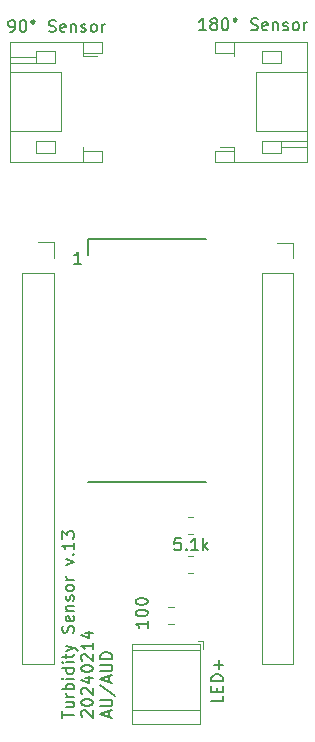
<source format=gbr>
%TF.GenerationSoftware,KiCad,Pcbnew,7.0.2-0*%
%TF.CreationDate,2024-02-15T09:00:13-05:00*%
%TF.ProjectId,Turbidity_v13,54757262-6964-4697-9479-5f7631332e6b,13*%
%TF.SameCoordinates,Original*%
%TF.FileFunction,Legend,Top*%
%TF.FilePolarity,Positive*%
%FSLAX46Y46*%
G04 Gerber Fmt 4.6, Leading zero omitted, Abs format (unit mm)*
G04 Created by KiCad (PCBNEW 7.0.2-0) date 2024-02-15 09:00:13*
%MOMM*%
%LPD*%
G01*
G04 APERTURE LIST*
%ADD10C,0.150000*%
%ADD11C,0.120000*%
%ADD12C,0.200000*%
G04 APERTURE END LIST*
D10*
X148518419Y-114757295D02*
X148518419Y-115328723D01*
X148518419Y-115043009D02*
X147518419Y-115043009D01*
X147518419Y-115043009D02*
X147661276Y-115138247D01*
X147661276Y-115138247D02*
X147756514Y-115233485D01*
X147756514Y-115233485D02*
X147804133Y-115328723D01*
X147518419Y-114138247D02*
X147518419Y-114043009D01*
X147518419Y-114043009D02*
X147566038Y-113947771D01*
X147566038Y-113947771D02*
X147613657Y-113900152D01*
X147613657Y-113900152D02*
X147708895Y-113852533D01*
X147708895Y-113852533D02*
X147899371Y-113804914D01*
X147899371Y-113804914D02*
X148137466Y-113804914D01*
X148137466Y-113804914D02*
X148327942Y-113852533D01*
X148327942Y-113852533D02*
X148423180Y-113900152D01*
X148423180Y-113900152D02*
X148470800Y-113947771D01*
X148470800Y-113947771D02*
X148518419Y-114043009D01*
X148518419Y-114043009D02*
X148518419Y-114138247D01*
X148518419Y-114138247D02*
X148470800Y-114233485D01*
X148470800Y-114233485D02*
X148423180Y-114281104D01*
X148423180Y-114281104D02*
X148327942Y-114328723D01*
X148327942Y-114328723D02*
X148137466Y-114376342D01*
X148137466Y-114376342D02*
X147899371Y-114376342D01*
X147899371Y-114376342D02*
X147708895Y-114328723D01*
X147708895Y-114328723D02*
X147613657Y-114281104D01*
X147613657Y-114281104D02*
X147566038Y-114233485D01*
X147566038Y-114233485D02*
X147518419Y-114138247D01*
X147518419Y-113185866D02*
X147518419Y-113090628D01*
X147518419Y-113090628D02*
X147566038Y-112995390D01*
X147566038Y-112995390D02*
X147613657Y-112947771D01*
X147613657Y-112947771D02*
X147708895Y-112900152D01*
X147708895Y-112900152D02*
X147899371Y-112852533D01*
X147899371Y-112852533D02*
X148137466Y-112852533D01*
X148137466Y-112852533D02*
X148327942Y-112900152D01*
X148327942Y-112900152D02*
X148423180Y-112947771D01*
X148423180Y-112947771D02*
X148470800Y-112995390D01*
X148470800Y-112995390D02*
X148518419Y-113090628D01*
X148518419Y-113090628D02*
X148518419Y-113185866D01*
X148518419Y-113185866D02*
X148470800Y-113281104D01*
X148470800Y-113281104D02*
X148423180Y-113328723D01*
X148423180Y-113328723D02*
X148327942Y-113376342D01*
X148327942Y-113376342D02*
X148137466Y-113423961D01*
X148137466Y-113423961D02*
X147899371Y-113423961D01*
X147899371Y-113423961D02*
X147708895Y-113376342D01*
X147708895Y-113376342D02*
X147613657Y-113328723D01*
X147613657Y-113328723D02*
X147566038Y-113281104D01*
X147566038Y-113281104D02*
X147518419Y-113185866D01*
X136836114Y-64901619D02*
X137026590Y-64901619D01*
X137026590Y-64901619D02*
X137121828Y-64854000D01*
X137121828Y-64854000D02*
X137169447Y-64806380D01*
X137169447Y-64806380D02*
X137264685Y-64663523D01*
X137264685Y-64663523D02*
X137312304Y-64473047D01*
X137312304Y-64473047D02*
X137312304Y-64092095D01*
X137312304Y-64092095D02*
X137264685Y-63996857D01*
X137264685Y-63996857D02*
X137217066Y-63949238D01*
X137217066Y-63949238D02*
X137121828Y-63901619D01*
X137121828Y-63901619D02*
X136931352Y-63901619D01*
X136931352Y-63901619D02*
X136836114Y-63949238D01*
X136836114Y-63949238D02*
X136788495Y-63996857D01*
X136788495Y-63996857D02*
X136740876Y-64092095D01*
X136740876Y-64092095D02*
X136740876Y-64330190D01*
X136740876Y-64330190D02*
X136788495Y-64425428D01*
X136788495Y-64425428D02*
X136836114Y-64473047D01*
X136836114Y-64473047D02*
X136931352Y-64520666D01*
X136931352Y-64520666D02*
X137121828Y-64520666D01*
X137121828Y-64520666D02*
X137217066Y-64473047D01*
X137217066Y-64473047D02*
X137264685Y-64425428D01*
X137264685Y-64425428D02*
X137312304Y-64330190D01*
X137931352Y-63901619D02*
X138026590Y-63901619D01*
X138026590Y-63901619D02*
X138121828Y-63949238D01*
X138121828Y-63949238D02*
X138169447Y-63996857D01*
X138169447Y-63996857D02*
X138217066Y-64092095D01*
X138217066Y-64092095D02*
X138264685Y-64282571D01*
X138264685Y-64282571D02*
X138264685Y-64520666D01*
X138264685Y-64520666D02*
X138217066Y-64711142D01*
X138217066Y-64711142D02*
X138169447Y-64806380D01*
X138169447Y-64806380D02*
X138121828Y-64854000D01*
X138121828Y-64854000D02*
X138026590Y-64901619D01*
X138026590Y-64901619D02*
X137931352Y-64901619D01*
X137931352Y-64901619D02*
X137836114Y-64854000D01*
X137836114Y-64854000D02*
X137788495Y-64806380D01*
X137788495Y-64806380D02*
X137740876Y-64711142D01*
X137740876Y-64711142D02*
X137693257Y-64520666D01*
X137693257Y-64520666D02*
X137693257Y-64282571D01*
X137693257Y-64282571D02*
X137740876Y-64092095D01*
X137740876Y-64092095D02*
X137788495Y-63996857D01*
X137788495Y-63996857D02*
X137836114Y-63949238D01*
X137836114Y-63949238D02*
X137931352Y-63901619D01*
X138836114Y-63901619D02*
X138740876Y-63949238D01*
X138740876Y-63949238D02*
X138693257Y-64044476D01*
X138693257Y-64044476D02*
X138740876Y-64139714D01*
X138740876Y-64139714D02*
X138836114Y-64187333D01*
X138836114Y-64187333D02*
X138931352Y-64139714D01*
X138931352Y-64139714D02*
X138978971Y-64044476D01*
X138978971Y-64044476D02*
X138931352Y-63949238D01*
X138931352Y-63949238D02*
X138836114Y-63901619D01*
X140169448Y-64854000D02*
X140312305Y-64901619D01*
X140312305Y-64901619D02*
X140550400Y-64901619D01*
X140550400Y-64901619D02*
X140645638Y-64854000D01*
X140645638Y-64854000D02*
X140693257Y-64806380D01*
X140693257Y-64806380D02*
X140740876Y-64711142D01*
X140740876Y-64711142D02*
X140740876Y-64615904D01*
X140740876Y-64615904D02*
X140693257Y-64520666D01*
X140693257Y-64520666D02*
X140645638Y-64473047D01*
X140645638Y-64473047D02*
X140550400Y-64425428D01*
X140550400Y-64425428D02*
X140359924Y-64377809D01*
X140359924Y-64377809D02*
X140264686Y-64330190D01*
X140264686Y-64330190D02*
X140217067Y-64282571D01*
X140217067Y-64282571D02*
X140169448Y-64187333D01*
X140169448Y-64187333D02*
X140169448Y-64092095D01*
X140169448Y-64092095D02*
X140217067Y-63996857D01*
X140217067Y-63996857D02*
X140264686Y-63949238D01*
X140264686Y-63949238D02*
X140359924Y-63901619D01*
X140359924Y-63901619D02*
X140598019Y-63901619D01*
X140598019Y-63901619D02*
X140740876Y-63949238D01*
X141550400Y-64854000D02*
X141455162Y-64901619D01*
X141455162Y-64901619D02*
X141264686Y-64901619D01*
X141264686Y-64901619D02*
X141169448Y-64854000D01*
X141169448Y-64854000D02*
X141121829Y-64758761D01*
X141121829Y-64758761D02*
X141121829Y-64377809D01*
X141121829Y-64377809D02*
X141169448Y-64282571D01*
X141169448Y-64282571D02*
X141264686Y-64234952D01*
X141264686Y-64234952D02*
X141455162Y-64234952D01*
X141455162Y-64234952D02*
X141550400Y-64282571D01*
X141550400Y-64282571D02*
X141598019Y-64377809D01*
X141598019Y-64377809D02*
X141598019Y-64473047D01*
X141598019Y-64473047D02*
X141121829Y-64568285D01*
X142026591Y-64234952D02*
X142026591Y-64901619D01*
X142026591Y-64330190D02*
X142074210Y-64282571D01*
X142074210Y-64282571D02*
X142169448Y-64234952D01*
X142169448Y-64234952D02*
X142312305Y-64234952D01*
X142312305Y-64234952D02*
X142407543Y-64282571D01*
X142407543Y-64282571D02*
X142455162Y-64377809D01*
X142455162Y-64377809D02*
X142455162Y-64901619D01*
X142883734Y-64854000D02*
X142978972Y-64901619D01*
X142978972Y-64901619D02*
X143169448Y-64901619D01*
X143169448Y-64901619D02*
X143264686Y-64854000D01*
X143264686Y-64854000D02*
X143312305Y-64758761D01*
X143312305Y-64758761D02*
X143312305Y-64711142D01*
X143312305Y-64711142D02*
X143264686Y-64615904D01*
X143264686Y-64615904D02*
X143169448Y-64568285D01*
X143169448Y-64568285D02*
X143026591Y-64568285D01*
X143026591Y-64568285D02*
X142931353Y-64520666D01*
X142931353Y-64520666D02*
X142883734Y-64425428D01*
X142883734Y-64425428D02*
X142883734Y-64377809D01*
X142883734Y-64377809D02*
X142931353Y-64282571D01*
X142931353Y-64282571D02*
X143026591Y-64234952D01*
X143026591Y-64234952D02*
X143169448Y-64234952D01*
X143169448Y-64234952D02*
X143264686Y-64282571D01*
X143883734Y-64901619D02*
X143788496Y-64854000D01*
X143788496Y-64854000D02*
X143740877Y-64806380D01*
X143740877Y-64806380D02*
X143693258Y-64711142D01*
X143693258Y-64711142D02*
X143693258Y-64425428D01*
X143693258Y-64425428D02*
X143740877Y-64330190D01*
X143740877Y-64330190D02*
X143788496Y-64282571D01*
X143788496Y-64282571D02*
X143883734Y-64234952D01*
X143883734Y-64234952D02*
X144026591Y-64234952D01*
X144026591Y-64234952D02*
X144121829Y-64282571D01*
X144121829Y-64282571D02*
X144169448Y-64330190D01*
X144169448Y-64330190D02*
X144217067Y-64425428D01*
X144217067Y-64425428D02*
X144217067Y-64711142D01*
X144217067Y-64711142D02*
X144169448Y-64806380D01*
X144169448Y-64806380D02*
X144121829Y-64854000D01*
X144121829Y-64854000D02*
X144026591Y-64901619D01*
X144026591Y-64901619D02*
X143883734Y-64901619D01*
X144645639Y-64901619D02*
X144645639Y-64234952D01*
X144645639Y-64425428D02*
X144693258Y-64330190D01*
X144693258Y-64330190D02*
X144740877Y-64282571D01*
X144740877Y-64282571D02*
X144836115Y-64234952D01*
X144836115Y-64234952D02*
X144931353Y-64234952D01*
X141281219Y-122993161D02*
X141281219Y-122421733D01*
X142281219Y-122707447D02*
X141281219Y-122707447D01*
X141614552Y-121659828D02*
X142281219Y-121659828D01*
X141614552Y-122088399D02*
X142138361Y-122088399D01*
X142138361Y-122088399D02*
X142233600Y-122040780D01*
X142233600Y-122040780D02*
X142281219Y-121945542D01*
X142281219Y-121945542D02*
X142281219Y-121802685D01*
X142281219Y-121802685D02*
X142233600Y-121707447D01*
X142233600Y-121707447D02*
X142185980Y-121659828D01*
X142281219Y-121183637D02*
X141614552Y-121183637D01*
X141805028Y-121183637D02*
X141709790Y-121136018D01*
X141709790Y-121136018D02*
X141662171Y-121088399D01*
X141662171Y-121088399D02*
X141614552Y-120993161D01*
X141614552Y-120993161D02*
X141614552Y-120897923D01*
X142281219Y-120564589D02*
X141281219Y-120564589D01*
X141662171Y-120564589D02*
X141614552Y-120469351D01*
X141614552Y-120469351D02*
X141614552Y-120278875D01*
X141614552Y-120278875D02*
X141662171Y-120183637D01*
X141662171Y-120183637D02*
X141709790Y-120136018D01*
X141709790Y-120136018D02*
X141805028Y-120088399D01*
X141805028Y-120088399D02*
X142090742Y-120088399D01*
X142090742Y-120088399D02*
X142185980Y-120136018D01*
X142185980Y-120136018D02*
X142233600Y-120183637D01*
X142233600Y-120183637D02*
X142281219Y-120278875D01*
X142281219Y-120278875D02*
X142281219Y-120469351D01*
X142281219Y-120469351D02*
X142233600Y-120564589D01*
X142281219Y-119659827D02*
X141614552Y-119659827D01*
X141281219Y-119659827D02*
X141328838Y-119707446D01*
X141328838Y-119707446D02*
X141376457Y-119659827D01*
X141376457Y-119659827D02*
X141328838Y-119612208D01*
X141328838Y-119612208D02*
X141281219Y-119659827D01*
X141281219Y-119659827D02*
X141376457Y-119659827D01*
X142281219Y-118755066D02*
X141281219Y-118755066D01*
X142233600Y-118755066D02*
X142281219Y-118850304D01*
X142281219Y-118850304D02*
X142281219Y-119040780D01*
X142281219Y-119040780D02*
X142233600Y-119136018D01*
X142233600Y-119136018D02*
X142185980Y-119183637D01*
X142185980Y-119183637D02*
X142090742Y-119231256D01*
X142090742Y-119231256D02*
X141805028Y-119231256D01*
X141805028Y-119231256D02*
X141709790Y-119183637D01*
X141709790Y-119183637D02*
X141662171Y-119136018D01*
X141662171Y-119136018D02*
X141614552Y-119040780D01*
X141614552Y-119040780D02*
X141614552Y-118850304D01*
X141614552Y-118850304D02*
X141662171Y-118755066D01*
X142281219Y-118278875D02*
X141614552Y-118278875D01*
X141281219Y-118278875D02*
X141328838Y-118326494D01*
X141328838Y-118326494D02*
X141376457Y-118278875D01*
X141376457Y-118278875D02*
X141328838Y-118231256D01*
X141328838Y-118231256D02*
X141281219Y-118278875D01*
X141281219Y-118278875D02*
X141376457Y-118278875D01*
X141614552Y-117945542D02*
X141614552Y-117564590D01*
X141281219Y-117802685D02*
X142138361Y-117802685D01*
X142138361Y-117802685D02*
X142233600Y-117755066D01*
X142233600Y-117755066D02*
X142281219Y-117659828D01*
X142281219Y-117659828D02*
X142281219Y-117564590D01*
X141614552Y-117326494D02*
X142281219Y-117088399D01*
X141614552Y-116850304D02*
X142281219Y-117088399D01*
X142281219Y-117088399D02*
X142519314Y-117183637D01*
X142519314Y-117183637D02*
X142566933Y-117231256D01*
X142566933Y-117231256D02*
X142614552Y-117326494D01*
X142233600Y-115755065D02*
X142281219Y-115612208D01*
X142281219Y-115612208D02*
X142281219Y-115374113D01*
X142281219Y-115374113D02*
X142233600Y-115278875D01*
X142233600Y-115278875D02*
X142185980Y-115231256D01*
X142185980Y-115231256D02*
X142090742Y-115183637D01*
X142090742Y-115183637D02*
X141995504Y-115183637D01*
X141995504Y-115183637D02*
X141900266Y-115231256D01*
X141900266Y-115231256D02*
X141852647Y-115278875D01*
X141852647Y-115278875D02*
X141805028Y-115374113D01*
X141805028Y-115374113D02*
X141757409Y-115564589D01*
X141757409Y-115564589D02*
X141709790Y-115659827D01*
X141709790Y-115659827D02*
X141662171Y-115707446D01*
X141662171Y-115707446D02*
X141566933Y-115755065D01*
X141566933Y-115755065D02*
X141471695Y-115755065D01*
X141471695Y-115755065D02*
X141376457Y-115707446D01*
X141376457Y-115707446D02*
X141328838Y-115659827D01*
X141328838Y-115659827D02*
X141281219Y-115564589D01*
X141281219Y-115564589D02*
X141281219Y-115326494D01*
X141281219Y-115326494D02*
X141328838Y-115183637D01*
X142233600Y-114374113D02*
X142281219Y-114469351D01*
X142281219Y-114469351D02*
X142281219Y-114659827D01*
X142281219Y-114659827D02*
X142233600Y-114755065D01*
X142233600Y-114755065D02*
X142138361Y-114802684D01*
X142138361Y-114802684D02*
X141757409Y-114802684D01*
X141757409Y-114802684D02*
X141662171Y-114755065D01*
X141662171Y-114755065D02*
X141614552Y-114659827D01*
X141614552Y-114659827D02*
X141614552Y-114469351D01*
X141614552Y-114469351D02*
X141662171Y-114374113D01*
X141662171Y-114374113D02*
X141757409Y-114326494D01*
X141757409Y-114326494D02*
X141852647Y-114326494D01*
X141852647Y-114326494D02*
X141947885Y-114802684D01*
X141614552Y-113897922D02*
X142281219Y-113897922D01*
X141709790Y-113897922D02*
X141662171Y-113850303D01*
X141662171Y-113850303D02*
X141614552Y-113755065D01*
X141614552Y-113755065D02*
X141614552Y-113612208D01*
X141614552Y-113612208D02*
X141662171Y-113516970D01*
X141662171Y-113516970D02*
X141757409Y-113469351D01*
X141757409Y-113469351D02*
X142281219Y-113469351D01*
X142233600Y-113040779D02*
X142281219Y-112945541D01*
X142281219Y-112945541D02*
X142281219Y-112755065D01*
X142281219Y-112755065D02*
X142233600Y-112659827D01*
X142233600Y-112659827D02*
X142138361Y-112612208D01*
X142138361Y-112612208D02*
X142090742Y-112612208D01*
X142090742Y-112612208D02*
X141995504Y-112659827D01*
X141995504Y-112659827D02*
X141947885Y-112755065D01*
X141947885Y-112755065D02*
X141947885Y-112897922D01*
X141947885Y-112897922D02*
X141900266Y-112993160D01*
X141900266Y-112993160D02*
X141805028Y-113040779D01*
X141805028Y-113040779D02*
X141757409Y-113040779D01*
X141757409Y-113040779D02*
X141662171Y-112993160D01*
X141662171Y-112993160D02*
X141614552Y-112897922D01*
X141614552Y-112897922D02*
X141614552Y-112755065D01*
X141614552Y-112755065D02*
X141662171Y-112659827D01*
X142281219Y-112040779D02*
X142233600Y-112136017D01*
X142233600Y-112136017D02*
X142185980Y-112183636D01*
X142185980Y-112183636D02*
X142090742Y-112231255D01*
X142090742Y-112231255D02*
X141805028Y-112231255D01*
X141805028Y-112231255D02*
X141709790Y-112183636D01*
X141709790Y-112183636D02*
X141662171Y-112136017D01*
X141662171Y-112136017D02*
X141614552Y-112040779D01*
X141614552Y-112040779D02*
X141614552Y-111897922D01*
X141614552Y-111897922D02*
X141662171Y-111802684D01*
X141662171Y-111802684D02*
X141709790Y-111755065D01*
X141709790Y-111755065D02*
X141805028Y-111707446D01*
X141805028Y-111707446D02*
X142090742Y-111707446D01*
X142090742Y-111707446D02*
X142185980Y-111755065D01*
X142185980Y-111755065D02*
X142233600Y-111802684D01*
X142233600Y-111802684D02*
X142281219Y-111897922D01*
X142281219Y-111897922D02*
X142281219Y-112040779D01*
X142281219Y-111278874D02*
X141614552Y-111278874D01*
X141805028Y-111278874D02*
X141709790Y-111231255D01*
X141709790Y-111231255D02*
X141662171Y-111183636D01*
X141662171Y-111183636D02*
X141614552Y-111088398D01*
X141614552Y-111088398D02*
X141614552Y-110993160D01*
X141614552Y-109993159D02*
X142281219Y-109755064D01*
X142281219Y-109755064D02*
X141614552Y-109516969D01*
X142185980Y-109136016D02*
X142233600Y-109088397D01*
X142233600Y-109088397D02*
X142281219Y-109136016D01*
X142281219Y-109136016D02*
X142233600Y-109183635D01*
X142233600Y-109183635D02*
X142185980Y-109136016D01*
X142185980Y-109136016D02*
X142281219Y-109136016D01*
X142281219Y-108136017D02*
X142281219Y-108707445D01*
X142281219Y-108421731D02*
X141281219Y-108421731D01*
X141281219Y-108421731D02*
X141424076Y-108516969D01*
X141424076Y-108516969D02*
X141519314Y-108612207D01*
X141519314Y-108612207D02*
X141566933Y-108707445D01*
X141281219Y-107802683D02*
X141281219Y-107183636D01*
X141281219Y-107183636D02*
X141662171Y-107516969D01*
X141662171Y-107516969D02*
X141662171Y-107374112D01*
X141662171Y-107374112D02*
X141709790Y-107278874D01*
X141709790Y-107278874D02*
X141757409Y-107231255D01*
X141757409Y-107231255D02*
X141852647Y-107183636D01*
X141852647Y-107183636D02*
X142090742Y-107183636D01*
X142090742Y-107183636D02*
X142185980Y-107231255D01*
X142185980Y-107231255D02*
X142233600Y-107278874D01*
X142233600Y-107278874D02*
X142281219Y-107374112D01*
X142281219Y-107374112D02*
X142281219Y-107659826D01*
X142281219Y-107659826D02*
X142233600Y-107755064D01*
X142233600Y-107755064D02*
X142185980Y-107802683D01*
X142996457Y-122897923D02*
X142948838Y-122850304D01*
X142948838Y-122850304D02*
X142901219Y-122755066D01*
X142901219Y-122755066D02*
X142901219Y-122516971D01*
X142901219Y-122516971D02*
X142948838Y-122421733D01*
X142948838Y-122421733D02*
X142996457Y-122374114D01*
X142996457Y-122374114D02*
X143091695Y-122326495D01*
X143091695Y-122326495D02*
X143186933Y-122326495D01*
X143186933Y-122326495D02*
X143329790Y-122374114D01*
X143329790Y-122374114D02*
X143901219Y-122945542D01*
X143901219Y-122945542D02*
X143901219Y-122326495D01*
X142901219Y-121707447D02*
X142901219Y-121612209D01*
X142901219Y-121612209D02*
X142948838Y-121516971D01*
X142948838Y-121516971D02*
X142996457Y-121469352D01*
X142996457Y-121469352D02*
X143091695Y-121421733D01*
X143091695Y-121421733D02*
X143282171Y-121374114D01*
X143282171Y-121374114D02*
X143520266Y-121374114D01*
X143520266Y-121374114D02*
X143710742Y-121421733D01*
X143710742Y-121421733D02*
X143805980Y-121469352D01*
X143805980Y-121469352D02*
X143853600Y-121516971D01*
X143853600Y-121516971D02*
X143901219Y-121612209D01*
X143901219Y-121612209D02*
X143901219Y-121707447D01*
X143901219Y-121707447D02*
X143853600Y-121802685D01*
X143853600Y-121802685D02*
X143805980Y-121850304D01*
X143805980Y-121850304D02*
X143710742Y-121897923D01*
X143710742Y-121897923D02*
X143520266Y-121945542D01*
X143520266Y-121945542D02*
X143282171Y-121945542D01*
X143282171Y-121945542D02*
X143091695Y-121897923D01*
X143091695Y-121897923D02*
X142996457Y-121850304D01*
X142996457Y-121850304D02*
X142948838Y-121802685D01*
X142948838Y-121802685D02*
X142901219Y-121707447D01*
X142996457Y-120993161D02*
X142948838Y-120945542D01*
X142948838Y-120945542D02*
X142901219Y-120850304D01*
X142901219Y-120850304D02*
X142901219Y-120612209D01*
X142901219Y-120612209D02*
X142948838Y-120516971D01*
X142948838Y-120516971D02*
X142996457Y-120469352D01*
X142996457Y-120469352D02*
X143091695Y-120421733D01*
X143091695Y-120421733D02*
X143186933Y-120421733D01*
X143186933Y-120421733D02*
X143329790Y-120469352D01*
X143329790Y-120469352D02*
X143901219Y-121040780D01*
X143901219Y-121040780D02*
X143901219Y-120421733D01*
X143234552Y-119564590D02*
X143901219Y-119564590D01*
X142853600Y-119802685D02*
X143567885Y-120040780D01*
X143567885Y-120040780D02*
X143567885Y-119421733D01*
X142901219Y-118850304D02*
X142901219Y-118755066D01*
X142901219Y-118755066D02*
X142948838Y-118659828D01*
X142948838Y-118659828D02*
X142996457Y-118612209D01*
X142996457Y-118612209D02*
X143091695Y-118564590D01*
X143091695Y-118564590D02*
X143282171Y-118516971D01*
X143282171Y-118516971D02*
X143520266Y-118516971D01*
X143520266Y-118516971D02*
X143710742Y-118564590D01*
X143710742Y-118564590D02*
X143805980Y-118612209D01*
X143805980Y-118612209D02*
X143853600Y-118659828D01*
X143853600Y-118659828D02*
X143901219Y-118755066D01*
X143901219Y-118755066D02*
X143901219Y-118850304D01*
X143901219Y-118850304D02*
X143853600Y-118945542D01*
X143853600Y-118945542D02*
X143805980Y-118993161D01*
X143805980Y-118993161D02*
X143710742Y-119040780D01*
X143710742Y-119040780D02*
X143520266Y-119088399D01*
X143520266Y-119088399D02*
X143282171Y-119088399D01*
X143282171Y-119088399D02*
X143091695Y-119040780D01*
X143091695Y-119040780D02*
X142996457Y-118993161D01*
X142996457Y-118993161D02*
X142948838Y-118945542D01*
X142948838Y-118945542D02*
X142901219Y-118850304D01*
X142996457Y-118136018D02*
X142948838Y-118088399D01*
X142948838Y-118088399D02*
X142901219Y-117993161D01*
X142901219Y-117993161D02*
X142901219Y-117755066D01*
X142901219Y-117755066D02*
X142948838Y-117659828D01*
X142948838Y-117659828D02*
X142996457Y-117612209D01*
X142996457Y-117612209D02*
X143091695Y-117564590D01*
X143091695Y-117564590D02*
X143186933Y-117564590D01*
X143186933Y-117564590D02*
X143329790Y-117612209D01*
X143329790Y-117612209D02*
X143901219Y-118183637D01*
X143901219Y-118183637D02*
X143901219Y-117564590D01*
X143901219Y-116612209D02*
X143901219Y-117183637D01*
X143901219Y-116897923D02*
X142901219Y-116897923D01*
X142901219Y-116897923D02*
X143044076Y-116993161D01*
X143044076Y-116993161D02*
X143139314Y-117088399D01*
X143139314Y-117088399D02*
X143186933Y-117183637D01*
X143234552Y-115755066D02*
X143901219Y-115755066D01*
X142853600Y-115993161D02*
X143567885Y-116231256D01*
X143567885Y-116231256D02*
X143567885Y-115612209D01*
X145235504Y-122897923D02*
X145235504Y-122421733D01*
X145521219Y-122993161D02*
X144521219Y-122659828D01*
X144521219Y-122659828D02*
X145521219Y-122326495D01*
X144521219Y-121993161D02*
X145330742Y-121993161D01*
X145330742Y-121993161D02*
X145425980Y-121945542D01*
X145425980Y-121945542D02*
X145473600Y-121897923D01*
X145473600Y-121897923D02*
X145521219Y-121802685D01*
X145521219Y-121802685D02*
X145521219Y-121612209D01*
X145521219Y-121612209D02*
X145473600Y-121516971D01*
X145473600Y-121516971D02*
X145425980Y-121469352D01*
X145425980Y-121469352D02*
X145330742Y-121421733D01*
X145330742Y-121421733D02*
X144521219Y-121421733D01*
X144473600Y-120231257D02*
X145759314Y-121088399D01*
X145235504Y-119945542D02*
X145235504Y-119469352D01*
X145521219Y-120040780D02*
X144521219Y-119707447D01*
X144521219Y-119707447D02*
X145521219Y-119374114D01*
X144521219Y-119040780D02*
X145330742Y-119040780D01*
X145330742Y-119040780D02*
X145425980Y-118993161D01*
X145425980Y-118993161D02*
X145473600Y-118945542D01*
X145473600Y-118945542D02*
X145521219Y-118850304D01*
X145521219Y-118850304D02*
X145521219Y-118659828D01*
X145521219Y-118659828D02*
X145473600Y-118564590D01*
X145473600Y-118564590D02*
X145425980Y-118516971D01*
X145425980Y-118516971D02*
X145330742Y-118469352D01*
X145330742Y-118469352D02*
X144521219Y-118469352D01*
X145521219Y-117993161D02*
X144521219Y-117993161D01*
X144521219Y-117993161D02*
X144521219Y-117755066D01*
X144521219Y-117755066D02*
X144568838Y-117612209D01*
X144568838Y-117612209D02*
X144664076Y-117516971D01*
X144664076Y-117516971D02*
X144759314Y-117469352D01*
X144759314Y-117469352D02*
X144949790Y-117421733D01*
X144949790Y-117421733D02*
X145092647Y-117421733D01*
X145092647Y-117421733D02*
X145283123Y-117469352D01*
X145283123Y-117469352D02*
X145378361Y-117516971D01*
X145378361Y-117516971D02*
X145473600Y-117612209D01*
X145473600Y-117612209D02*
X145521219Y-117755066D01*
X145521219Y-117755066D02*
X145521219Y-117993161D01*
X154919219Y-121104114D02*
X154919219Y-121580304D01*
X154919219Y-121580304D02*
X153919219Y-121580304D01*
X154395409Y-120770780D02*
X154395409Y-120437447D01*
X154919219Y-120294590D02*
X154919219Y-120770780D01*
X154919219Y-120770780D02*
X153919219Y-120770780D01*
X153919219Y-120770780D02*
X153919219Y-120294590D01*
X154919219Y-119866018D02*
X153919219Y-119866018D01*
X153919219Y-119866018D02*
X153919219Y-119627923D01*
X153919219Y-119627923D02*
X153966838Y-119485066D01*
X153966838Y-119485066D02*
X154062076Y-119389828D01*
X154062076Y-119389828D02*
X154157314Y-119342209D01*
X154157314Y-119342209D02*
X154347790Y-119294590D01*
X154347790Y-119294590D02*
X154490647Y-119294590D01*
X154490647Y-119294590D02*
X154681123Y-119342209D01*
X154681123Y-119342209D02*
X154776361Y-119389828D01*
X154776361Y-119389828D02*
X154871600Y-119485066D01*
X154871600Y-119485066D02*
X154919219Y-119627923D01*
X154919219Y-119627923D02*
X154919219Y-119866018D01*
X154538266Y-118866018D02*
X154538266Y-118104114D01*
X154919219Y-118485066D02*
X154157314Y-118485066D01*
X153466704Y-64749219D02*
X152895276Y-64749219D01*
X153180990Y-64749219D02*
X153180990Y-63749219D01*
X153180990Y-63749219D02*
X153085752Y-63892076D01*
X153085752Y-63892076D02*
X152990514Y-63987314D01*
X152990514Y-63987314D02*
X152895276Y-64034933D01*
X154038133Y-64177790D02*
X153942895Y-64130171D01*
X153942895Y-64130171D02*
X153895276Y-64082552D01*
X153895276Y-64082552D02*
X153847657Y-63987314D01*
X153847657Y-63987314D02*
X153847657Y-63939695D01*
X153847657Y-63939695D02*
X153895276Y-63844457D01*
X153895276Y-63844457D02*
X153942895Y-63796838D01*
X153942895Y-63796838D02*
X154038133Y-63749219D01*
X154038133Y-63749219D02*
X154228609Y-63749219D01*
X154228609Y-63749219D02*
X154323847Y-63796838D01*
X154323847Y-63796838D02*
X154371466Y-63844457D01*
X154371466Y-63844457D02*
X154419085Y-63939695D01*
X154419085Y-63939695D02*
X154419085Y-63987314D01*
X154419085Y-63987314D02*
X154371466Y-64082552D01*
X154371466Y-64082552D02*
X154323847Y-64130171D01*
X154323847Y-64130171D02*
X154228609Y-64177790D01*
X154228609Y-64177790D02*
X154038133Y-64177790D01*
X154038133Y-64177790D02*
X153942895Y-64225409D01*
X153942895Y-64225409D02*
X153895276Y-64273028D01*
X153895276Y-64273028D02*
X153847657Y-64368266D01*
X153847657Y-64368266D02*
X153847657Y-64558742D01*
X153847657Y-64558742D02*
X153895276Y-64653980D01*
X153895276Y-64653980D02*
X153942895Y-64701600D01*
X153942895Y-64701600D02*
X154038133Y-64749219D01*
X154038133Y-64749219D02*
X154228609Y-64749219D01*
X154228609Y-64749219D02*
X154323847Y-64701600D01*
X154323847Y-64701600D02*
X154371466Y-64653980D01*
X154371466Y-64653980D02*
X154419085Y-64558742D01*
X154419085Y-64558742D02*
X154419085Y-64368266D01*
X154419085Y-64368266D02*
X154371466Y-64273028D01*
X154371466Y-64273028D02*
X154323847Y-64225409D01*
X154323847Y-64225409D02*
X154228609Y-64177790D01*
X155038133Y-63749219D02*
X155133371Y-63749219D01*
X155133371Y-63749219D02*
X155228609Y-63796838D01*
X155228609Y-63796838D02*
X155276228Y-63844457D01*
X155276228Y-63844457D02*
X155323847Y-63939695D01*
X155323847Y-63939695D02*
X155371466Y-64130171D01*
X155371466Y-64130171D02*
X155371466Y-64368266D01*
X155371466Y-64368266D02*
X155323847Y-64558742D01*
X155323847Y-64558742D02*
X155276228Y-64653980D01*
X155276228Y-64653980D02*
X155228609Y-64701600D01*
X155228609Y-64701600D02*
X155133371Y-64749219D01*
X155133371Y-64749219D02*
X155038133Y-64749219D01*
X155038133Y-64749219D02*
X154942895Y-64701600D01*
X154942895Y-64701600D02*
X154895276Y-64653980D01*
X154895276Y-64653980D02*
X154847657Y-64558742D01*
X154847657Y-64558742D02*
X154800038Y-64368266D01*
X154800038Y-64368266D02*
X154800038Y-64130171D01*
X154800038Y-64130171D02*
X154847657Y-63939695D01*
X154847657Y-63939695D02*
X154895276Y-63844457D01*
X154895276Y-63844457D02*
X154942895Y-63796838D01*
X154942895Y-63796838D02*
X155038133Y-63749219D01*
X155942895Y-63749219D02*
X155847657Y-63796838D01*
X155847657Y-63796838D02*
X155800038Y-63892076D01*
X155800038Y-63892076D02*
X155847657Y-63987314D01*
X155847657Y-63987314D02*
X155942895Y-64034933D01*
X155942895Y-64034933D02*
X156038133Y-63987314D01*
X156038133Y-63987314D02*
X156085752Y-63892076D01*
X156085752Y-63892076D02*
X156038133Y-63796838D01*
X156038133Y-63796838D02*
X155942895Y-63749219D01*
X157276229Y-64701600D02*
X157419086Y-64749219D01*
X157419086Y-64749219D02*
X157657181Y-64749219D01*
X157657181Y-64749219D02*
X157752419Y-64701600D01*
X157752419Y-64701600D02*
X157800038Y-64653980D01*
X157800038Y-64653980D02*
X157847657Y-64558742D01*
X157847657Y-64558742D02*
X157847657Y-64463504D01*
X157847657Y-64463504D02*
X157800038Y-64368266D01*
X157800038Y-64368266D02*
X157752419Y-64320647D01*
X157752419Y-64320647D02*
X157657181Y-64273028D01*
X157657181Y-64273028D02*
X157466705Y-64225409D01*
X157466705Y-64225409D02*
X157371467Y-64177790D01*
X157371467Y-64177790D02*
X157323848Y-64130171D01*
X157323848Y-64130171D02*
X157276229Y-64034933D01*
X157276229Y-64034933D02*
X157276229Y-63939695D01*
X157276229Y-63939695D02*
X157323848Y-63844457D01*
X157323848Y-63844457D02*
X157371467Y-63796838D01*
X157371467Y-63796838D02*
X157466705Y-63749219D01*
X157466705Y-63749219D02*
X157704800Y-63749219D01*
X157704800Y-63749219D02*
X157847657Y-63796838D01*
X158657181Y-64701600D02*
X158561943Y-64749219D01*
X158561943Y-64749219D02*
X158371467Y-64749219D01*
X158371467Y-64749219D02*
X158276229Y-64701600D01*
X158276229Y-64701600D02*
X158228610Y-64606361D01*
X158228610Y-64606361D02*
X158228610Y-64225409D01*
X158228610Y-64225409D02*
X158276229Y-64130171D01*
X158276229Y-64130171D02*
X158371467Y-64082552D01*
X158371467Y-64082552D02*
X158561943Y-64082552D01*
X158561943Y-64082552D02*
X158657181Y-64130171D01*
X158657181Y-64130171D02*
X158704800Y-64225409D01*
X158704800Y-64225409D02*
X158704800Y-64320647D01*
X158704800Y-64320647D02*
X158228610Y-64415885D01*
X159133372Y-64082552D02*
X159133372Y-64749219D01*
X159133372Y-64177790D02*
X159180991Y-64130171D01*
X159180991Y-64130171D02*
X159276229Y-64082552D01*
X159276229Y-64082552D02*
X159419086Y-64082552D01*
X159419086Y-64082552D02*
X159514324Y-64130171D01*
X159514324Y-64130171D02*
X159561943Y-64225409D01*
X159561943Y-64225409D02*
X159561943Y-64749219D01*
X159990515Y-64701600D02*
X160085753Y-64749219D01*
X160085753Y-64749219D02*
X160276229Y-64749219D01*
X160276229Y-64749219D02*
X160371467Y-64701600D01*
X160371467Y-64701600D02*
X160419086Y-64606361D01*
X160419086Y-64606361D02*
X160419086Y-64558742D01*
X160419086Y-64558742D02*
X160371467Y-64463504D01*
X160371467Y-64463504D02*
X160276229Y-64415885D01*
X160276229Y-64415885D02*
X160133372Y-64415885D01*
X160133372Y-64415885D02*
X160038134Y-64368266D01*
X160038134Y-64368266D02*
X159990515Y-64273028D01*
X159990515Y-64273028D02*
X159990515Y-64225409D01*
X159990515Y-64225409D02*
X160038134Y-64130171D01*
X160038134Y-64130171D02*
X160133372Y-64082552D01*
X160133372Y-64082552D02*
X160276229Y-64082552D01*
X160276229Y-64082552D02*
X160371467Y-64130171D01*
X160990515Y-64749219D02*
X160895277Y-64701600D01*
X160895277Y-64701600D02*
X160847658Y-64653980D01*
X160847658Y-64653980D02*
X160800039Y-64558742D01*
X160800039Y-64558742D02*
X160800039Y-64273028D01*
X160800039Y-64273028D02*
X160847658Y-64177790D01*
X160847658Y-64177790D02*
X160895277Y-64130171D01*
X160895277Y-64130171D02*
X160990515Y-64082552D01*
X160990515Y-64082552D02*
X161133372Y-64082552D01*
X161133372Y-64082552D02*
X161228610Y-64130171D01*
X161228610Y-64130171D02*
X161276229Y-64177790D01*
X161276229Y-64177790D02*
X161323848Y-64273028D01*
X161323848Y-64273028D02*
X161323848Y-64558742D01*
X161323848Y-64558742D02*
X161276229Y-64653980D01*
X161276229Y-64653980D02*
X161228610Y-64701600D01*
X161228610Y-64701600D02*
X161133372Y-64749219D01*
X161133372Y-64749219D02*
X160990515Y-64749219D01*
X161752420Y-64749219D02*
X161752420Y-64082552D01*
X161752420Y-64273028D02*
X161800039Y-64177790D01*
X161800039Y-64177790D02*
X161847658Y-64130171D01*
X161847658Y-64130171D02*
X161942896Y-64082552D01*
X161942896Y-64082552D02*
X162038134Y-64082552D01*
X142900304Y-84510419D02*
X142328876Y-84510419D01*
X142614590Y-84510419D02*
X142614590Y-83510419D01*
X142614590Y-83510419D02*
X142519352Y-83653276D01*
X142519352Y-83653276D02*
X142424114Y-83748514D01*
X142424114Y-83748514D02*
X142328876Y-83796133D01*
X151315847Y-107768219D02*
X150839657Y-107768219D01*
X150839657Y-107768219D02*
X150792038Y-108244409D01*
X150792038Y-108244409D02*
X150839657Y-108196790D01*
X150839657Y-108196790D02*
X150934895Y-108149171D01*
X150934895Y-108149171D02*
X151172990Y-108149171D01*
X151172990Y-108149171D02*
X151268228Y-108196790D01*
X151268228Y-108196790D02*
X151315847Y-108244409D01*
X151315847Y-108244409D02*
X151363466Y-108339647D01*
X151363466Y-108339647D02*
X151363466Y-108577742D01*
X151363466Y-108577742D02*
X151315847Y-108672980D01*
X151315847Y-108672980D02*
X151268228Y-108720600D01*
X151268228Y-108720600D02*
X151172990Y-108768219D01*
X151172990Y-108768219D02*
X150934895Y-108768219D01*
X150934895Y-108768219D02*
X150839657Y-108720600D01*
X150839657Y-108720600D02*
X150792038Y-108672980D01*
X151792038Y-108672980D02*
X151839657Y-108720600D01*
X151839657Y-108720600D02*
X151792038Y-108768219D01*
X151792038Y-108768219D02*
X151744419Y-108720600D01*
X151744419Y-108720600D02*
X151792038Y-108672980D01*
X151792038Y-108672980D02*
X151792038Y-108768219D01*
X152792037Y-108768219D02*
X152220609Y-108768219D01*
X152506323Y-108768219D02*
X152506323Y-107768219D01*
X152506323Y-107768219D02*
X152411085Y-107911076D01*
X152411085Y-107911076D02*
X152315847Y-108006314D01*
X152315847Y-108006314D02*
X152220609Y-108053933D01*
X153220609Y-108768219D02*
X153220609Y-107768219D01*
X153315847Y-108387266D02*
X153601561Y-108768219D01*
X153601561Y-108101552D02*
X153220609Y-108482504D01*
D11*
%TO.C,J1*%
X147173200Y-123461200D02*
X147173200Y-116721200D01*
X152953200Y-117241200D02*
X147173200Y-117241200D01*
X152953200Y-123461200D02*
X147173200Y-123461200D01*
X153193200Y-117121200D02*
X153193200Y-116481200D01*
X152953200Y-123461200D02*
X152953200Y-116721200D01*
X152953200Y-122341200D02*
X147173200Y-122341200D01*
X152953200Y-116721200D02*
X147173200Y-116721200D01*
X153193200Y-116481200D02*
X152793200Y-116481200D01*
%TO.C,R1*%
X151920836Y-109247000D02*
X152374964Y-109247000D01*
X151920836Y-110717000D02*
X152374964Y-110717000D01*
D12*
%TO.C,IC1*%
X143463000Y-82450000D02*
X143463000Y-83820000D01*
X143463000Y-102970000D02*
X153463000Y-102970000D01*
X153463000Y-82450000D02*
X143463000Y-82450000D01*
D11*
%TO.C,J4*%
X158182000Y-85344000D02*
X158182000Y-118424000D01*
X158182000Y-85344000D02*
X160842000Y-85344000D01*
X158182000Y-118424000D02*
X160842000Y-118424000D01*
X159512000Y-82744000D02*
X160842000Y-82744000D01*
X160842000Y-82744000D02*
X160842000Y-84074000D01*
X160842000Y-85344000D02*
X160842000Y-118424000D01*
%TO.C,R3*%
X150745564Y-115035000D02*
X150291436Y-115035000D01*
X150745564Y-113565000D02*
X150291436Y-113565000D01*
%TO.C,J3*%
X144665200Y-65755200D02*
X136845200Y-65755200D01*
X143065200Y-65755200D02*
X143065200Y-66675200D01*
X136845200Y-65755200D02*
X136845200Y-75875200D01*
X140705200Y-66515200D02*
X139105200Y-66515200D01*
X139105200Y-66515200D02*
X139105200Y-67515200D01*
X144665200Y-66675200D02*
X144665200Y-65755200D01*
X143065200Y-66675200D02*
X144665200Y-66675200D01*
X143065200Y-66955200D02*
X143065200Y-66675200D01*
X143065200Y-66955200D02*
X144280200Y-66955200D01*
X139105200Y-67015200D02*
X136845200Y-67015200D01*
X140705200Y-67515200D02*
X140705200Y-66515200D01*
X139105200Y-67515200D02*
X140705200Y-67515200D01*
X139105200Y-67515200D02*
X136845200Y-67515200D01*
X141205200Y-68315200D02*
X141205200Y-73315200D01*
X136845200Y-68315200D02*
X141205200Y-68315200D01*
X141205200Y-73315200D02*
X136845200Y-73315200D01*
X140705200Y-74115200D02*
X140705200Y-75115200D01*
X139105200Y-74115200D02*
X140705200Y-74115200D01*
X144665200Y-74955200D02*
X143065200Y-74955200D01*
X143065200Y-74955200D02*
X143065200Y-74675200D01*
X140705200Y-75115200D02*
X139105200Y-75115200D01*
X139105200Y-75115200D02*
X139105200Y-74115200D01*
X144665200Y-75875200D02*
X144665200Y-74955200D01*
X143065200Y-75875200D02*
X143065200Y-74955200D01*
X136845200Y-75875200D02*
X144665200Y-75875200D01*
%TO.C,J2*%
X154230400Y-75878000D02*
X162050400Y-75878000D01*
X155830400Y-75878000D02*
X155830400Y-74958000D01*
X162050400Y-75878000D02*
X162050400Y-65758000D01*
X158190400Y-75118000D02*
X159790400Y-75118000D01*
X159790400Y-75118000D02*
X159790400Y-74118000D01*
X154230400Y-74958000D02*
X154230400Y-75878000D01*
X155830400Y-74958000D02*
X154230400Y-74958000D01*
X155830400Y-74678000D02*
X155830400Y-74958000D01*
X155830400Y-74678000D02*
X154615400Y-74678000D01*
X159790400Y-74618000D02*
X162050400Y-74618000D01*
X158190400Y-74118000D02*
X158190400Y-75118000D01*
X159790400Y-74118000D02*
X158190400Y-74118000D01*
X159790400Y-74118000D02*
X162050400Y-74118000D01*
X157690400Y-73318000D02*
X157690400Y-68318000D01*
X162050400Y-73318000D02*
X157690400Y-73318000D01*
X157690400Y-68318000D02*
X162050400Y-68318000D01*
X158190400Y-67518000D02*
X158190400Y-66518000D01*
X159790400Y-67518000D02*
X158190400Y-67518000D01*
X154230400Y-66678000D02*
X155830400Y-66678000D01*
X155830400Y-66678000D02*
X155830400Y-66958000D01*
X158190400Y-66518000D02*
X159790400Y-66518000D01*
X159790400Y-66518000D02*
X159790400Y-67518000D01*
X154230400Y-65758000D02*
X154230400Y-66678000D01*
X155830400Y-65758000D02*
X155830400Y-66678000D01*
X162050400Y-65758000D02*
X154230400Y-65758000D01*
%TO.C,R2*%
X152371164Y-107415000D02*
X151917036Y-107415000D01*
X152371164Y-105945000D02*
X151917036Y-105945000D01*
%TO.C,J5*%
X137912800Y-85293200D02*
X137912800Y-118373200D01*
X137912800Y-85293200D02*
X140572800Y-85293200D01*
X137912800Y-118373200D02*
X140572800Y-118373200D01*
X139242800Y-82693200D02*
X140572800Y-82693200D01*
X140572800Y-82693200D02*
X140572800Y-84023200D01*
X140572800Y-85293200D02*
X140572800Y-118373200D01*
%TD*%
M02*

</source>
